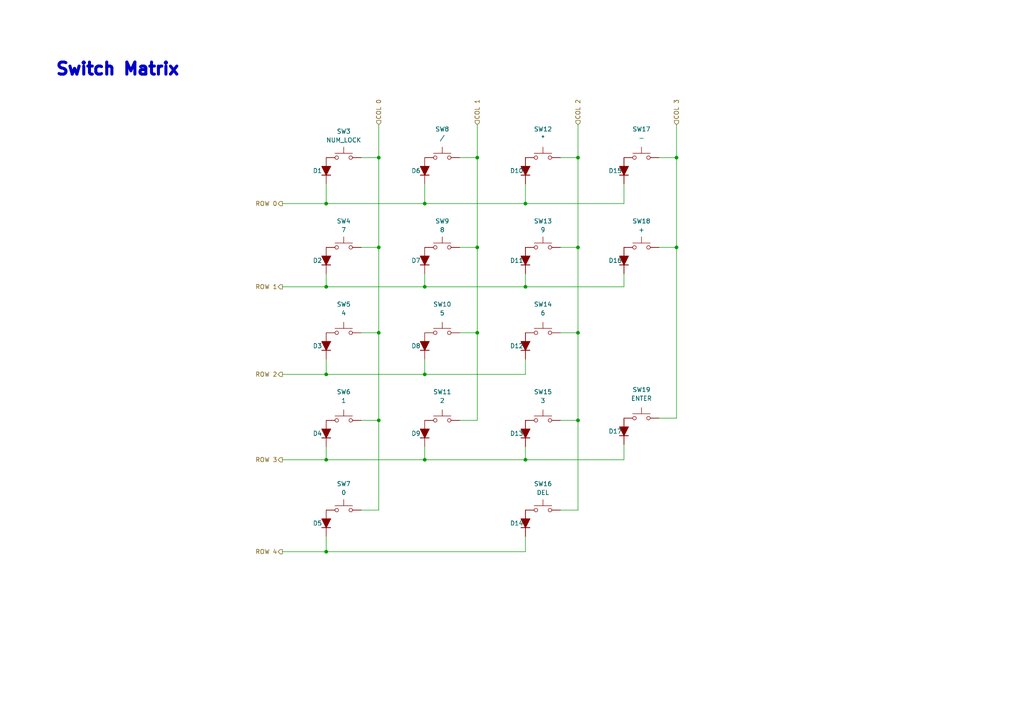
<source format=kicad_sch>
(kicad_sch (version 20211123) (generator eeschema)
  (paper "A4")
  (lib_symbols
    (symbol "Diode_AKL:1N4148W" (pin_numbers hide) (pin_names (offset 1.016) hide)
      (property "Reference" "D" (at 0 5.08 0))
      (property "Value" "1N4148W" (at 0 2.54 0))
      (symbol "1N4148W_0_1"
        (polyline (pts (xy -1.27 0) (xy 1.27 0)))
        (polyline (pts (xy 1.27 1.27) (xy 1.27 -1.27)) (stroke (width 0.254)))
        (polyline (pts (xy -1.27 1.27) (xy -1.27 -1.27) (xy 1.27 0) (xy -1.27 1.27)) (stroke (width 0.254)) (fill (type outline)))
      )
      (symbol "1N4148W_1_1"
        (pin passive line (at 3.81 0 180) (length 2.54) (name "K") (number "1"))
        (pin passive line (at -3.81 0 0) (length 2.54) (name "A") (number "2"))
      )
    )
    (symbol "Switch:SW_MEC_5G" (pin_numbers hide) (pin_names (offset 1.016) hide)
      (property "Reference" "SW" (at 1.27 2.54 0))
      (property "Value" "SW_MEC_5G" (at 0 -1.524 0))
      (symbol "SW_MEC_5G_0_1"
        (circle (center -2.032 0) (radius 0.508))
        (polyline (pts (xy 0 1.27) (xy 0 3.048)))
        (polyline (pts (xy 2.54 1.27) (xy -2.54 1.27)))
        (circle (center 2.032 0) (radius 0.508))
        (pin passive line (at -5.08 0 0) (length 2.54) (name "A") (number "1"))
        (pin passive line (at 5.08 0 180) (length 2.54) (name "B") (number "3"))
      )
      (symbol "SW_MEC_5G_1_1"
        (pin passive line (at -5.08 0 0) (length 2.54) hide (name "A") (number "2"))
        (pin passive line (at 5.08 0 180) (length 2.54) hide (name "B") (number "4"))
      )
    )
  )
  (junction (at 123.19 59.055))
  (junction (at 94.615 160.02))
  (junction (at 94.615 59.055))
  (junction (at 138.43 45.72))
  (junction (at 152.4 83.185))
  (junction (at 123.19 83.185))
  (junction (at 94.615 108.585))
  (junction (at 152.4 133.35))
  (junction (at 109.855 121.92))
  (junction (at 196.215 45.72))
  (junction (at 196.215 71.755))
  (junction (at 123.19 133.35))
  (junction (at 138.43 71.755))
  (junction (at 167.64 71.755))
  (junction (at 167.64 45.72))
  (junction (at 152.4 59.055))
  (junction (at 138.43 96.52))
  (junction (at 167.64 121.92))
  (junction (at 167.64 96.52))
  (junction (at 109.855 45.72))
  (junction (at 123.19 108.585))
  (junction (at 109.855 71.755))
  (junction (at 109.855 96.52))
  (junction (at 94.615 133.35))
  (junction (at 94.615 83.185))
  (wire (pts (xy 196.215 45.72) (xy 196.215 71.755)))
  (wire (pts (xy 162.56 45.72) (xy 167.64 45.72)))
  (wire (pts (xy 152.4 59.055) (xy 180.975 59.055)))
  (wire (pts (xy 152.4 133.35) (xy 180.975 133.35)))
  (wire (pts (xy 104.775 96.52) (xy 109.855 96.52)))
  (wire (pts (xy 152.4 108.585) (xy 152.4 104.14)))
  (wire (pts (xy 162.56 121.92) (xy 167.64 121.92)))
  (wire (pts (xy 109.855 71.755) (xy 104.775 71.755)))
  (wire (pts (xy 152.4 83.185) (xy 180.975 83.185)))
  (wire (pts (xy 167.64 121.92) (xy 167.64 96.52)))
  (wire (pts (xy 94.615 160.02) (xy 152.4 160.02)))
  (wire (pts (xy 138.43 121.92) (xy 138.43 96.52)))
  (wire (pts (xy 81.915 83.185) (xy 94.615 83.185)))
  (wire (pts (xy 123.19 108.585) (xy 123.19 104.14)))
  (wire (pts (xy 152.4 160.02) (xy 152.4 155.575)))
  (wire (pts (xy 152.4 79.375) (xy 152.4 83.185)))
  (wire (pts (xy 94.615 83.185) (xy 123.19 83.185)))
  (wire (pts (xy 94.615 79.375) (xy 94.615 83.185)))
  (wire (pts (xy 81.915 133.35) (xy 94.615 133.35)))
  (wire (pts (xy 81.915 59.055) (xy 94.615 59.055)))
  (wire (pts (xy 109.855 147.955) (xy 109.855 121.92)))
  (wire (pts (xy 167.64 96.52) (xy 167.64 71.755)))
  (wire (pts (xy 167.64 71.755) (xy 162.56 71.755)))
  (wire (pts (xy 138.43 45.72) (xy 138.43 71.755)))
  (wire (pts (xy 133.35 96.52) (xy 138.43 96.52)))
  (wire (pts (xy 94.615 59.055) (xy 123.19 59.055)))
  (wire (pts (xy 162.56 96.52) (xy 167.64 96.52)))
  (wire (pts (xy 94.615 53.34) (xy 94.615 59.055)))
  (wire (pts (xy 167.64 121.92) (xy 167.64 147.955)))
  (wire (pts (xy 94.615 108.585) (xy 94.615 104.14)))
  (wire (pts (xy 152.4 53.34) (xy 152.4 59.055)))
  (wire (pts (xy 167.64 147.955) (xy 162.56 147.955)))
  (wire (pts (xy 81.915 108.585) (xy 94.615 108.585)))
  (wire (pts (xy 138.43 96.52) (xy 138.43 71.755)))
  (wire (pts (xy 196.215 71.755) (xy 191.135 71.755)))
  (wire (pts (xy 123.19 59.055) (xy 152.4 59.055)))
  (wire (pts (xy 109.855 36.195) (xy 109.855 45.72)))
  (wire (pts (xy 180.975 59.055) (xy 180.975 53.34)))
  (wire (pts (xy 104.775 121.92) (xy 109.855 121.92)))
  (wire (pts (xy 133.35 45.72) (xy 138.43 45.72)))
  (wire (pts (xy 152.4 133.35) (xy 152.4 129.54)))
  (wire (pts (xy 191.135 45.72) (xy 196.215 45.72)))
  (wire (pts (xy 104.775 147.955) (xy 109.855 147.955)))
  (wire (pts (xy 123.19 83.185) (xy 152.4 83.185)))
  (wire (pts (xy 109.855 45.72) (xy 109.855 71.755)))
  (wire (pts (xy 109.855 121.92) (xy 109.855 96.52)))
  (wire (pts (xy 123.19 79.375) (xy 123.19 83.185)))
  (wire (pts (xy 196.215 36.195) (xy 196.215 45.72)))
  (wire (pts (xy 180.975 83.185) (xy 180.975 79.375)))
  (wire (pts (xy 123.19 108.585) (xy 152.4 108.585)))
  (wire (pts (xy 94.615 133.35) (xy 123.19 133.35)))
  (wire (pts (xy 167.64 45.72) (xy 167.64 71.755)))
  (wire (pts (xy 104.775 45.72) (xy 109.855 45.72)))
  (wire (pts (xy 109.855 96.52) (xy 109.855 71.755)))
  (wire (pts (xy 81.915 160.02) (xy 94.615 160.02)))
  (wire (pts (xy 123.19 133.35) (xy 152.4 133.35)))
  (wire (pts (xy 123.19 133.35) (xy 123.19 129.54)))
  (wire (pts (xy 138.43 36.195) (xy 138.43 45.72)))
  (wire (pts (xy 167.64 36.195) (xy 167.64 45.72)))
  (wire (pts (xy 138.43 71.755) (xy 133.35 71.755)))
  (wire (pts (xy 196.215 71.755) (xy 196.215 121.285)))
  (wire (pts (xy 94.615 160.02) (xy 94.615 155.575)))
  (wire (pts (xy 133.35 121.92) (xy 138.43 121.92)))
  (wire (pts (xy 94.615 108.585) (xy 123.19 108.585)))
  (wire (pts (xy 94.615 133.35) (xy 94.615 129.54)))
  (wire (pts (xy 191.135 121.285) (xy 196.215 121.285)))
  (wire (pts (xy 123.19 53.34) (xy 123.19 59.055)))
  (wire (pts (xy 180.975 133.35) (xy 180.975 128.905)))
  (text "Switch Matrix" (at 15.875 22.225 0) (effects (font (size 3.5 3.5) (thickness 1) bold) (justify left bottom)))
  (hierarchical_label "COL 3" (shape input) (at 196.215 36.195 90))
  (hierarchical_label "ROW 1" (shape output) (at 81.915 83.185 180))
  (hierarchical_label "ROW 4" (shape output) (at 81.915 160.02 180))
  (hierarchical_label "COL 0" (shape input) (at 109.855 36.195 90))
  (hierarchical_label "ROW 2" (shape output) (at 81.915 108.585 180))
  (hierarchical_label "ROW 0" (shape output) (at 81.915 59.055 180))
  (hierarchical_label "COL 2" (shape input) (at 167.64 36.195 90))
  (hierarchical_label "COL 1" (shape input) (at 138.43 36.195 90))
  (hierarchical_label "ROW 3" (shape output) (at 81.915 133.35 180))
  (symbol (lib_id "Diode_AKL:1N4148W") (at 123.19 75.565 270) (unit 1)
    (property "Reference" "D7" (at 120.65 75.565 90))
    (property "Value" "1N4148W" (effects hide))
    (property "Footprint" "Diode_SMD_AKL:D_SOD-123" (effects hide))
    (property "Datasheet" "https://datasheet.octopart.com/1N4148W-HE3-18-Vishay-datasheet-17291302.pdf" (effects hide))
  )
  (symbol (lib_id "Diode_AKL:1N4148W") (at 180.975 75.565 270) (unit 1)
    (property "Reference" "D16" (at 178.435 75.565 90))
    (property "Value" "1N4148W" (effects hide))
    (property "Footprint" "Diode_SMD_AKL:D_SOD-123" (effects hide))
    (property "Datasheet" "https://datasheet.octopart.com/1N4148W-HE3-18-Vishay-datasheet-17291302.pdf" (effects hide))
  )
  (symbol (lib_id "Diode_AKL:1N4148W") (at 94.615 151.765 270) (unit 1)
    (property "Reference" "D5" (at 92.075 151.765 90))
    (property "Value" "1N4148W" (effects hide))
    (property "Footprint" "Diode_SMD_AKL:D_SOD-123" (effects hide))
    (property "Datasheet" "https://datasheet.octopart.com/1N4148W-HE3-18-Vishay-datasheet-17291302.pdf" (effects hide))
  )
  (symbol (lib_id "Switch:SW_MEC_5G") (at 128.27 121.92 0) (unit 1)
    (property "Reference" "SW11" (at 128.27 113.665 0))
    (property "Value" "2" (at 128.27 116.205 0))
    (property "Datasheet" "http://www.apem.com/int/index.php?controller=attachment&id_attachment=488" (effects hide))
  )
  (symbol (lib_id "Switch:SW_MEC_5G") (at 186.055 45.72 0) (unit 1)
    (property "Reference" "SW17" (at 186.055 37.465 0))
    (property "Value" "-" (at 186.055 40.005 0))
    (property "Datasheet" "http://www.apem.com/int/index.php?controller=attachment&id_attachment=488" (effects hide))
  )
  (symbol (lib_id "Diode_AKL:1N4148W") (at 123.19 49.53 270) (unit 1)
    (property "Reference" "D6" (at 120.65 49.53 90))
    (property "Value" "1N4148W" (effects hide))
    (property "Footprint" "Diode_SMD_AKL:D_SOD-123" (effects hide))
    (property "Datasheet" "https://datasheet.octopart.com/1N4148W-HE3-18-Vishay-datasheet-17291302.pdf" (effects hide))
  )
  (symbol (lib_id "Diode_AKL:1N4148W") (at 152.4 75.565 270) (unit 1)
    (property "Reference" "D11" (at 149.86 75.565 90))
    (property "Value" "1N4148W" (effects hide))
    (property "Footprint" "Diode_SMD_AKL:D_SOD-123" (effects hide))
    (property "Datasheet" "https://datasheet.octopart.com/1N4148W-HE3-18-Vishay-datasheet-17291302.pdf" (effects hide))
  )
  (symbol (lib_id "Switch:SW_MEC_5G") (at 128.27 45.72 0) (unit 1)
    (property "Reference" "SW8" (at 128.27 37.465 0))
    (property "Value" "/" (at 128.27 40.005 0))
    (property "Datasheet" "http://www.apem.com/int/index.php?controller=attachment&id_attachment=488" (effects hide))
  )
  (symbol (lib_id "Diode_AKL:1N4148W") (at 94.615 75.565 270) (unit 1)
    (property "Reference" "D2" (at 92.075 75.565 90))
    (property "Value" "1N4148W" (effects hide))
    (property "Footprint" "Diode_SMD_AKL:D_SOD-123" (effects hide))
    (property "Datasheet" "https://datasheet.octopart.com/1N4148W-HE3-18-Vishay-datasheet-17291302.pdf" (effects hide))
  )
  (symbol (lib_id "Switch:SW_MEC_5G") (at 157.48 45.72 0) (unit 1)
    (property "Reference" "SW12" (at 157.48 37.465 0))
    (property "Value" "*" (at 157.48 40.005 0))
    (property "Datasheet" "http://www.apem.com/int/index.php?controller=attachment&id_attachment=488" (effects hide))
  )
  (symbol (lib_id "Diode_AKL:1N4148W") (at 152.4 49.53 270) (unit 1)
    (property "Reference" "D10" (at 149.86 49.53 90))
    (property "Value" "1N4148W" (effects hide))
    (property "Footprint" "Diode_SMD_AKL:D_SOD-123" (effects hide))
    (property "Datasheet" "https://datasheet.octopart.com/1N4148W-HE3-18-Vishay-datasheet-17291302.pdf" (effects hide))
  )
  (symbol (lib_id "Diode_AKL:1N4148W") (at 180.975 49.53 270) (unit 1)
    (property "Reference" "D15" (at 178.435 49.53 90))
    (property "Value" "1N4148W" (effects hide))
    (property "Footprint" "Diode_SMD_AKL:D_SOD-123" (effects hide))
    (property "Datasheet" "https://datasheet.octopart.com/1N4148W-HE3-18-Vishay-datasheet-17291302.pdf" (effects hide))
  )
  (symbol (lib_id "Switch:SW_MEC_5G") (at 186.055 71.755 0) (unit 1)
    (property "Reference" "SW18" (at 186.055 64.135 0))
    (property "Value" "+" (at 186.055 66.675 0))
    (property "Datasheet" "http://www.apem.com/int/index.php?controller=attachment&id_attachment=488" (effects hide))
  )
  (symbol (lib_id "Diode_AKL:1N4148W") (at 94.615 49.53 270) (unit 1)
    (property "Reference" "D1" (at 92.075 49.53 90))
    (property "Value" "1N4148W" (effects hide))
    (property "Footprint" "Diode_SMD_AKL:D_SOD-123" (effects hide))
    (property "Datasheet" "https://datasheet.octopart.com/1N4148W-HE3-18-Vishay-datasheet-17291302.pdf" (effects hide))
  )
  (symbol (lib_id "Switch:SW_MEC_5G") (at 99.695 96.52 0) (unit 1)
    (property "Reference" "SW5" (at 99.695 88.265 0))
    (property "Value" "4" (at 99.695 90.805 0))
    (property "Datasheet" "http://www.apem.com/int/index.php?controller=attachment&id_attachment=488" (effects hide))
  )
  (symbol (lib_id "Diode_AKL:1N4148W") (at 94.615 125.73 270) (unit 1)
    (property "Reference" "D4" (at 92.075 125.73 90))
    (property "Value" "1N4148W" (effects hide))
    (property "Footprint" "Diode_SMD_AKL:D_SOD-123" (effects hide))
    (property "Datasheet" "https://datasheet.octopart.com/1N4148W-HE3-18-Vishay-datasheet-17291302.pdf" (effects hide))
  )
  (symbol (lib_id "Diode_AKL:1N4148W") (at 180.975 125.095 270) (unit 1)
    (property "Reference" "D17" (at 178.435 125.095 90))
    (property "Value" "1N4148W" (effects hide))
    (property "Footprint" "Diode_SMD_AKL:D_SOD-123" (effects hide))
    (property "Datasheet" "https://datasheet.octopart.com/1N4148W-HE3-18-Vishay-datasheet-17291302.pdf" (effects hide))
  )
  (symbol (lib_id "Switch:SW_MEC_5G") (at 128.27 96.52 0) (unit 1)
    (property "Reference" "SW10" (at 128.27 88.265 0))
    (property "Value" "5" (at 128.27 90.805 0))
    (property "Datasheet" "http://www.apem.com/int/index.php?controller=attachment&id_attachment=488" (effects hide))
  )
  (symbol (lib_id "Switch:SW_MEC_5G") (at 186.055 121.285 0) (unit 1)
    (property "Reference" "SW19" (at 186.055 113.03 0))
    (property "Value" "ENTER" (at 186.055 115.57 0))
    (property "Datasheet" "http://www.apem.com/int/index.php?controller=attachment&id_attachment=488" (effects hide))
  )
  (symbol (lib_id "Diode_AKL:1N4148W") (at 94.615 100.33 270) (unit 1)
    (property "Reference" "D3" (at 92.075 100.33 90))
    (property "Value" "1N4148W" (effects hide))
    (property "Footprint" "Diode_SMD_AKL:D_SOD-123" (effects hide))
    (property "Datasheet" "https://datasheet.octopart.com/1N4148W-HE3-18-Vishay-datasheet-17291302.pdf" (effects hide))
  )
  (symbol (lib_id "Switch:SW_MEC_5G") (at 99.695 121.92 0) (unit 1)
    (property "Reference" "SW6" (at 99.695 113.665 0))
    (property "Value" "1" (at 99.695 116.205 0))
    (property "Datasheet" "http://www.apem.com/int/index.php?controller=attachment&id_attachment=488" (effects hide))
  )
  (symbol (lib_id "Diode_AKL:1N4148W") (at 152.4 100.33 270) (unit 1)
    (property "Reference" "D12" (at 149.86 100.33 90))
    (property "Value" "1N4148W" (effects hide))
    (property "Footprint" "Diode_SMD_AKL:D_SOD-123" (effects hide))
    (property "Datasheet" "https://datasheet.octopart.com/1N4148W-HE3-18-Vishay-datasheet-17291302.pdf" (effects hide))
  )
  (symbol (lib_id "Switch:SW_MEC_5G") (at 157.48 96.52 0) (unit 1)
    (property "Reference" "SW14" (at 157.48 88.265 0))
    (property "Value" "6" (at 157.48 90.805 0))
    (property "Datasheet" "http://www.apem.com/int/index.php?controller=attachment&id_attachment=488" (effects hide))
  )
  (symbol (lib_id "Diode_AKL:1N4148W") (at 123.19 125.73 270) (unit 1)
    (property "Reference" "D9" (at 120.65 125.73 90))
    (property "Value" "1N4148W" (effects hide))
    (property "Footprint" "Diode_SMD_AKL:D_SOD-123" (effects hide))
    (property "Datasheet" "https://datasheet.octopart.com/1N4148W-HE3-18-Vishay-datasheet-17291302.pdf" (effects hide))
  )
  (symbol (lib_id "Switch:SW_MEC_5G") (at 157.48 147.955 0) (unit 1)
    (property "Reference" "SW16" (at 157.48 140.335 0))
    (property "Value" "DEL" (at 157.48 142.875 0))
    (property "Datasheet" "http://www.apem.com/int/index.php?controller=attachment&id_attachment=488" (effects hide))
  )
  (symbol (lib_id "Switch:SW_MEC_5G") (at 128.27 71.755 0) (unit 1)
    (property "Reference" "SW9" (at 128.27 64.135 0))
    (property "Value" "8" (at 128.27 66.675 0))
    (property "Datasheet" "http://www.apem.com/int/index.php?controller=attachment&id_attachment=488" (effects hide))
  )
  (symbol (lib_id "Switch:SW_MEC_5G") (at 99.695 45.72 0) (unit 1)
    (property "Reference" "SW3" (at 99.695 38.1 0))
    (property "Value" "NUM_LOCK" (at 99.695 40.64 0))
    (property "Datasheet" "http://www.apem.com/int/index.php?controller=attachment&id_attachment=488" (effects hide))
  )
  (symbol (lib_id "Diode_AKL:1N4148W") (at 123.19 100.33 270) (unit 1)
    (property "Reference" "D8" (at 120.65 100.33 90))
    (property "Value" "1N4148W" (effects hide))
    (property "Footprint" "Diode_SMD_AKL:D_SOD-123" (effects hide))
    (property "Datasheet" "https://datasheet.octopart.com/1N4148W-HE3-18-Vishay-datasheet-17291302.pdf" (effects hide))
  )
  (symbol (lib_id "Switch:SW_MEC_5G") (at 99.695 71.755 0) (unit 1)
    (property "Reference" "SW4" (at 99.695 64.135 0))
    (property "Value" "7" (at 99.695 66.675 0))
    (property "Datasheet" "http://www.apem.com/int/index.php?controller=attachment&id_attachment=488" (effects hide))
  )
  (symbol (lib_id "Switch:SW_MEC_5G") (at 157.48 71.755 0) (unit 1)
    (property "Reference" "SW13" (at 157.48 64.135 0))
    (property "Value" "9" (at 157.48 66.675 0))
    (property "Datasheet" "http://www.apem.com/int/index.php?controller=attachment&id_attachment=488" (effects hide))
  )
  (symbol (lib_id "Switch:SW_MEC_5G") (at 99.695 147.955 0) (unit 1)
    (property "Reference" "SW7" (at 99.695 140.335 0))
    (property "Value" "0" (at 99.695 142.875 0))
    (property "Datasheet" "http://www.apem.com/int/index.php?controller=attachment&id_attachment=488" (effects hide))
  )
  (symbol (lib_id "Switch:SW_MEC_5G") (at 157.48 121.92 0) (unit 1)
    (property "Reference" "SW15" (at 157.48 113.665 0))
    (property "Value" "3" (at 157.48 116.205 0))
    (property "Datasheet" "http://www.apem.com/int/index.php?controller=attachment&id_attachment=488" (effects hide))
  )
  (symbol (lib_id "Diode_AKL:1N4148W") (at 152.4 151.765 270) (unit 1)
    (property "Reference" "D14" (at 149.86 151.765 90))
    (property "Value" "1N4148W" (effects hide))
    (property "Footprint" "Diode_SMD_AKL:D_SOD-123" (effects hide))
    (property "Datasheet" "https://datasheet.octopart.com/1N4148W-HE3-18-Vishay-datasheet-17291302.pdf" (effects hide))
  )
  (symbol (lib_id "Diode_AKL:1N4148W") (at 152.4 125.73 270) (unit 1)
    (property "Reference" "D13" (at 149.86 125.73 90))
    (property "Value" "1N4148W" (effects hide))
    (property "Footprint" "Diode_SMD_AKL:D_SOD-123" (effects hide))
    (property "Datasheet" "https://datasheet.octopart.com/1N4148W-HE3-18-Vishay-datasheet-17291302.pdf" (effects hide))
  )
)
</source>
